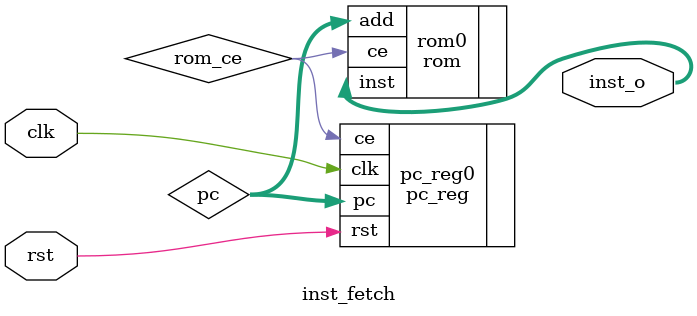
<source format=v>
module inst_fetch(
    input wire clk,
    input wire rst,
    output wire[31:0] inst_o
);

    wire[5:0] pc;
    wire rom_ce;

    pc_reg pc_reg0(
        .clk(clk),
        .rst(rst),
        .pc(pc),
        .ce(rom_ce)
    );

    rom rom0(
        .ce(rom_ce),
        .add(pc),
        .inst(inst_o)
    );

endmodule
</source>
